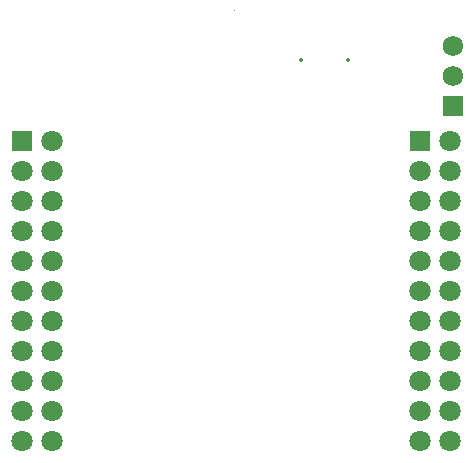
<source format=gbs>
G04*
G04 #@! TF.GenerationSoftware,Altium Limited,Altium Designer,24.1.2 (44)*
G04*
G04 Layer_Color=16711935*
%FSLAX25Y25*%
%MOIN*%
G70*
G04*
G04 #@! TF.SameCoordinates,1DDA6136-DF48-45E1-A017-FCB5BA0D29E7*
G04*
G04*
G04 #@! TF.FilePolarity,Negative*
G04*
G01*
G75*
%ADD36C,0.07091*%
%ADD37R,0.07091X0.07091*%
%ADD38C,0.01382*%
%ADD41R,0.06795X0.06795*%
%ADD42C,0.06795*%
%ADD57C,0.00299*%
%ADD58R,0.00299X0.00299*%
D36*
X17874Y6299D02*
D03*
Y16299D02*
D03*
Y26299D02*
D03*
Y36299D02*
D03*
Y46299D02*
D03*
Y56299D02*
D03*
Y66299D02*
D03*
Y76299D02*
D03*
Y86299D02*
D03*
Y96299D02*
D03*
Y106299D02*
D03*
X7874Y6299D02*
D03*
Y16299D02*
D03*
Y26299D02*
D03*
Y36299D02*
D03*
Y46299D02*
D03*
Y56299D02*
D03*
Y66299D02*
D03*
Y76299D02*
D03*
Y86299D02*
D03*
Y96299D02*
D03*
X140551D02*
D03*
Y86299D02*
D03*
Y76299D02*
D03*
Y66299D02*
D03*
Y56299D02*
D03*
Y46299D02*
D03*
Y36299D02*
D03*
Y26299D02*
D03*
Y16299D02*
D03*
Y6299D02*
D03*
X150551Y106299D02*
D03*
Y96299D02*
D03*
Y86299D02*
D03*
Y76299D02*
D03*
Y66299D02*
D03*
Y56299D02*
D03*
Y46299D02*
D03*
Y36299D02*
D03*
Y26299D02*
D03*
Y16299D02*
D03*
Y6299D02*
D03*
D37*
X7874Y106299D02*
D03*
X140551D02*
D03*
D38*
X116598Y133535D02*
D03*
X100850D02*
D03*
D41*
X151575Y118110D02*
D03*
D42*
Y128110D02*
D03*
Y138110D02*
D03*
D57*
X48740Y149606D02*
D03*
X58740D02*
D03*
X68740D02*
D03*
X38740D02*
D03*
D58*
X78740D02*
D03*
M02*

</source>
